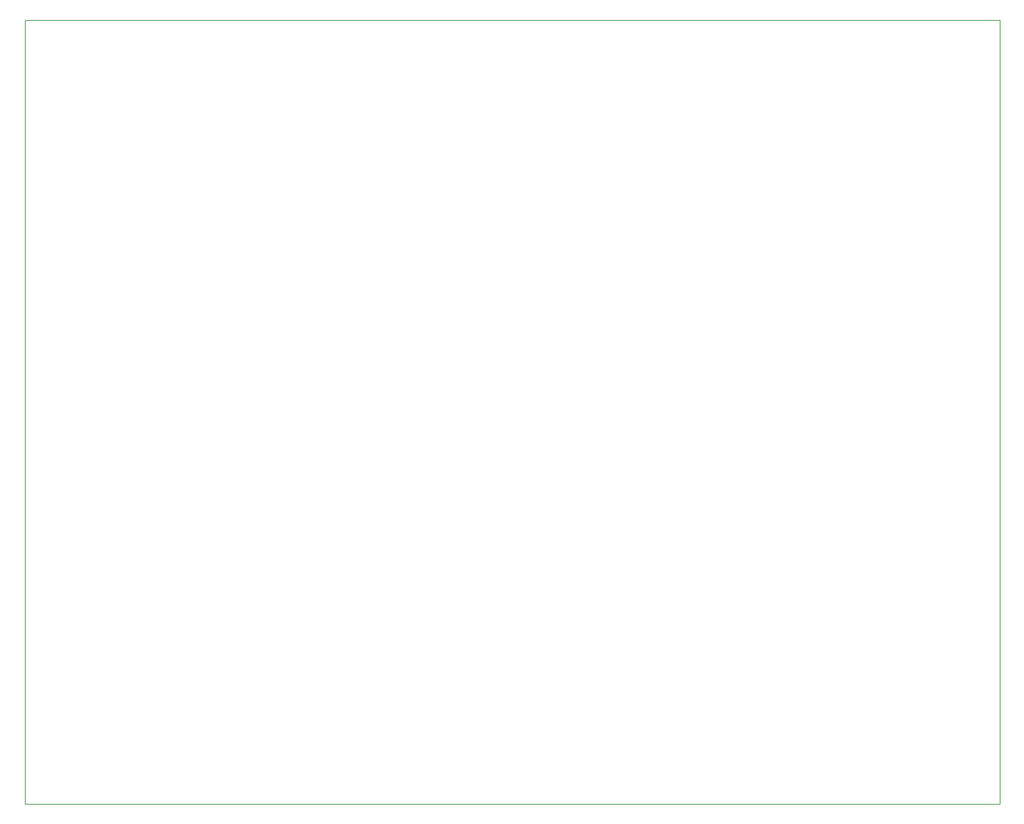
<source format=gbr>
%TF.GenerationSoftware,KiCad,Pcbnew,7.0.9*%
%TF.CreationDate,2023-12-25T15:01:07+00:00*%
%TF.ProjectId,MacroPad V2,4d616372-6f50-4616-9420-56322e6b6963,rev?*%
%TF.SameCoordinates,Original*%
%TF.FileFunction,Profile,NP*%
%FSLAX46Y46*%
G04 Gerber Fmt 4.6, Leading zero omitted, Abs format (unit mm)*
G04 Created by KiCad (PCBNEW 7.0.9) date 2023-12-25 15:01:07*
%MOMM*%
%LPD*%
G01*
G04 APERTURE LIST*
%TA.AperFunction,Profile*%
%ADD10C,0.100000*%
%TD*%
G04 APERTURE END LIST*
D10*
X80772000Y-55880000D02*
X199962000Y-55880000D01*
X199962000Y-151852000D01*
X80772000Y-151852000D01*
X80772000Y-55880000D01*
M02*

</source>
